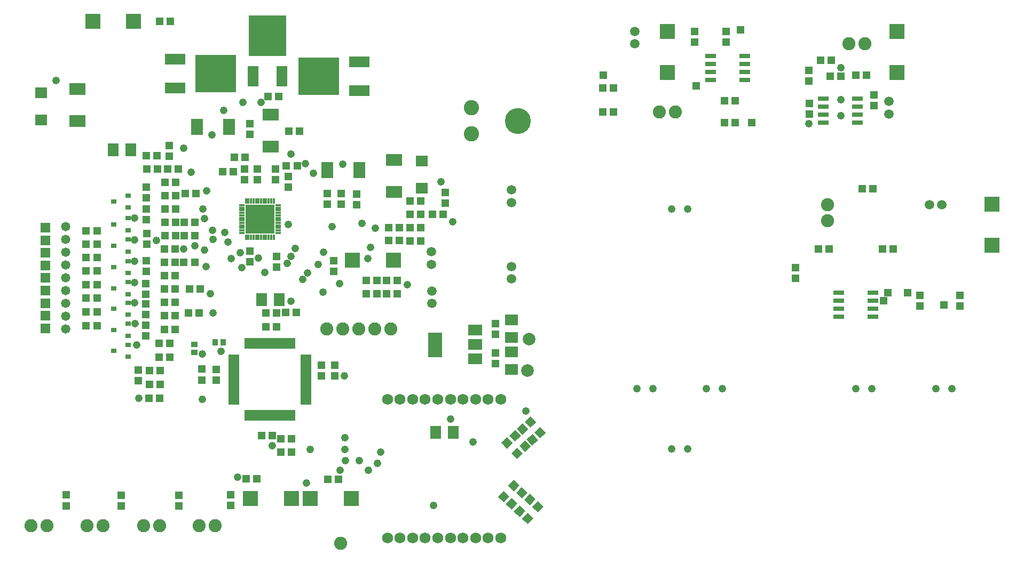
<source format=gts>
G75*
G70*
%OFA0B0*%
%FSLAX24Y24*%
%IPPOS*%
%LPD*%
%AMOC8*
5,1,8,0,0,1.08239X$1,22.5*
%
%ADD10R,0.0336X0.0159*%
%ADD11R,0.0159X0.0336*%
%ADD12R,0.1812X0.1812*%
%ADD13R,0.0513X0.0513*%
%ADD14R,0.0336X0.0316*%
%ADD15R,0.0710X0.0789*%
%ADD16R,0.1261X0.0710*%
%ADD17R,0.2550X0.2360*%
%ADD18R,0.0710X0.1261*%
%ADD19R,0.2360X0.2550*%
%ADD20C,0.0595*%
%ADD21R,0.0595X0.0595*%
%ADD22C,0.0954*%
%ADD23C,0.1619*%
%ADD24R,0.0671X0.0198*%
%ADD25R,0.0198X0.0671*%
%ADD26R,0.0513X0.0474*%
%ADD27R,0.0966X0.0966*%
%ADD28C,0.0820*%
%ADD29R,0.0434X0.0356*%
%ADD30R,0.0356X0.0434*%
%ADD31R,0.0870X0.0670*%
%ADD32R,0.0870X0.1580*%
%ADD33R,0.0789X0.0710*%
%ADD34R,0.0474X0.0513*%
%ADD35C,0.0680*%
%ADD36R,0.0513X0.0513*%
%ADD37R,0.0986X0.0769*%
%ADD38R,0.0769X0.0986*%
%ADD39C,0.0580*%
%ADD40R,0.0722X0.0678*%
%ADD41C,0.0477*%
%ADD42R,0.0671X0.0297*%
%ADD43R,0.0690X0.0316*%
%ADD44C,0.0789*%
%ADD45C,0.0476*%
%ADD46R,0.0476X0.0476*%
%ADD47C,0.0480*%
D10*
X015269Y021090D03*
X015269Y021247D03*
X015269Y021405D03*
X015269Y021562D03*
X015269Y021720D03*
X015269Y021877D03*
X015269Y022035D03*
X015269Y022192D03*
X015269Y022349D03*
X015269Y022507D03*
X015269Y022664D03*
X015269Y022822D03*
X017533Y022822D03*
X017533Y022664D03*
X017533Y022507D03*
X017533Y022349D03*
X017533Y022192D03*
X017533Y022035D03*
X017533Y021877D03*
X017533Y021720D03*
X017533Y021562D03*
X017533Y021405D03*
X017533Y021247D03*
X017533Y021090D03*
D11*
X017267Y020824D03*
X017109Y020824D03*
X016952Y020824D03*
X016794Y020824D03*
X016637Y020824D03*
X016480Y020824D03*
X016322Y020824D03*
X016165Y020824D03*
X016007Y020824D03*
X015850Y020824D03*
X015692Y020824D03*
X015535Y020824D03*
X015535Y023088D03*
X015692Y023088D03*
X015850Y023088D03*
X016007Y023088D03*
X016165Y023088D03*
X016322Y023088D03*
X016480Y023088D03*
X016637Y023088D03*
X016794Y023088D03*
X016952Y023088D03*
X017109Y023088D03*
X017267Y023088D03*
D12*
X016401Y021956D03*
D13*
X015786Y019965D03*
X015786Y019296D03*
X017446Y019610D03*
X017446Y018941D03*
X021021Y018686D03*
X021021Y019355D03*
X023046Y018116D03*
X023715Y018116D03*
X024296Y018111D03*
X024965Y018111D03*
X024980Y017271D03*
X024311Y017271D03*
X023720Y017276D03*
X023051Y017276D03*
X018675Y016126D03*
X018006Y016126D03*
X017445Y016076D03*
X016776Y016076D03*
X016781Y015236D03*
X017450Y015236D03*
X020256Y012815D03*
X021081Y012815D03*
X021081Y012146D03*
X020256Y012146D03*
X013666Y011896D03*
X013666Y012565D03*
X012771Y012570D03*
X012771Y011901D03*
X010780Y013326D03*
X010111Y013326D03*
X010170Y012471D03*
X009501Y012471D03*
X008806Y012530D03*
X008806Y011861D03*
X009496Y011621D03*
X010165Y011621D03*
X010160Y010751D03*
X009491Y010751D03*
X010111Y014201D03*
X010780Y014201D03*
X011105Y015056D03*
X010436Y015056D03*
X010436Y015911D03*
X011105Y015911D03*
X011936Y016086D03*
X012605Y016086D03*
X011110Y016761D03*
X010441Y016761D03*
X010451Y017596D03*
X011120Y017596D03*
X012026Y017596D03*
X012695Y017596D03*
X011125Y018426D03*
X010456Y018426D03*
X009321Y018681D03*
X009321Y019350D03*
X010456Y019261D03*
X011125Y019261D03*
X011661Y019266D03*
X012330Y019266D03*
X011125Y020096D03*
X010456Y020096D03*
X010466Y020926D03*
X011135Y020926D03*
X011681Y020926D03*
X012350Y020926D03*
X012350Y021751D03*
X011681Y021751D03*
X011135Y021751D03*
X010466Y021751D03*
X010471Y022576D03*
X011140Y022576D03*
X011150Y023416D03*
X011751Y023561D03*
X012420Y023561D03*
X011150Y024241D03*
X010481Y024241D03*
X010481Y023416D03*
X009316Y023276D03*
X009316Y023945D03*
X009346Y025096D03*
X010015Y025096D03*
X010646Y025101D03*
X011315Y025101D03*
X010751Y025881D03*
X009995Y025936D03*
X009326Y025936D03*
X010751Y026550D03*
X014081Y024911D03*
X014750Y024911D03*
X015431Y025100D03*
X016236Y025100D03*
X016236Y024431D03*
X015431Y024431D03*
X017366Y024431D03*
X018186Y024615D03*
X018186Y023946D03*
X018061Y025276D03*
X018730Y025276D03*
X017366Y025100D03*
X015470Y025821D03*
X014801Y025821D03*
X015771Y027246D03*
X015771Y027915D03*
X016916Y029636D03*
X017585Y029636D03*
X018201Y027456D03*
X018870Y027456D03*
X020616Y023545D03*
X021481Y023550D03*
X022451Y023525D03*
X022451Y022856D03*
X021481Y022881D03*
X020616Y022876D03*
X024441Y021416D03*
X025110Y021416D03*
X025781Y021416D03*
X026450Y021416D03*
X026450Y022261D03*
X025781Y022261D03*
X025766Y023096D03*
X026435Y023096D03*
X027166Y022256D03*
X027835Y022256D03*
X027966Y022951D03*
X027966Y023620D03*
X026460Y020576D03*
X025791Y020576D03*
X025120Y020606D03*
X024451Y020606D03*
X037816Y028651D03*
X038485Y028651D03*
X038485Y030151D03*
X037816Y030151D03*
X043551Y033016D03*
X043551Y033685D03*
X045501Y033685D03*
X045501Y033016D03*
X050669Y031250D03*
X050669Y030580D03*
X052019Y030893D03*
X052688Y030893D03*
X053620Y030947D03*
X054289Y030947D03*
X054745Y029728D03*
X054745Y029059D03*
X050725Y029190D03*
X050725Y028521D03*
X046085Y028001D03*
X045416Y028001D03*
X045416Y029351D03*
X046085Y029351D03*
X051397Y031884D03*
X052066Y031884D03*
X054016Y023851D03*
X054685Y023851D03*
X055266Y020101D03*
X055935Y020101D03*
X051935Y020101D03*
X051266Y020101D03*
X049851Y018935D03*
X049851Y018266D03*
X057601Y017185D03*
X057601Y016516D03*
X060101Y016516D03*
X060101Y017185D03*
X021315Y005676D03*
X020646Y005676D03*
X018390Y007401D03*
X017721Y007401D03*
X017721Y008236D03*
X018390Y008236D03*
X016205Y005716D03*
X015536Y005716D03*
X014591Y004720D03*
X014591Y004051D03*
X011351Y004016D03*
X011351Y004685D03*
X007751Y004685D03*
X007751Y004016D03*
X004306Y004036D03*
X004306Y004705D03*
X009291Y014641D03*
X009291Y015310D03*
X009291Y015991D03*
X009291Y016660D03*
X009291Y017251D03*
X009291Y017920D03*
X006230Y017856D03*
X005561Y017856D03*
X005561Y018711D03*
X006230Y018711D03*
X006230Y019546D03*
X005561Y019546D03*
X005561Y020376D03*
X006230Y020376D03*
X006230Y021206D03*
X005561Y021206D03*
X009336Y021065D03*
X009336Y020396D03*
X009326Y021916D03*
X009326Y022585D03*
X006230Y017011D03*
X005561Y017011D03*
X005561Y016151D03*
X006230Y016151D03*
X006230Y015296D03*
X005561Y015296D03*
X010156Y034326D03*
X010825Y034326D03*
D14*
X008179Y023430D03*
X007293Y023056D03*
X008179Y022682D03*
X008179Y022005D03*
X007293Y021631D03*
X008179Y021257D03*
X008179Y020675D03*
X007293Y020301D03*
X008179Y019927D03*
X008179Y019330D03*
X007293Y018956D03*
X008179Y018582D03*
X008179Y018005D03*
X007293Y017631D03*
X008179Y017257D03*
X008179Y016720D03*
X007293Y016346D03*
X008179Y015972D03*
X008179Y015410D03*
X007293Y015036D03*
X008179Y014662D03*
X008179Y014095D03*
X007293Y013721D03*
X008179Y013347D03*
D15*
X016500Y016921D03*
X017602Y016921D03*
X027375Y008631D03*
X028477Y008631D03*
X008357Y026301D03*
X007255Y026301D03*
D16*
X011106Y030156D03*
X011106Y031956D03*
X022606Y031791D03*
X022606Y029991D03*
D17*
X020071Y030891D03*
X013641Y031056D03*
D18*
X015971Y030896D03*
X017771Y030896D03*
D19*
X016871Y033431D03*
D20*
X032111Y023784D03*
X032111Y022997D03*
X027126Y019909D03*
X027126Y019122D03*
X027156Y017464D03*
X027156Y016677D03*
X032101Y018207D03*
X032101Y018994D03*
X055669Y028521D03*
X055669Y029309D03*
X058207Y022851D03*
X058994Y022851D03*
X039801Y032907D03*
X039801Y033694D03*
D21*
X003026Y021420D03*
X003026Y020633D03*
X003026Y019846D03*
X003026Y019058D03*
X003026Y018271D03*
X003026Y017483D03*
X003026Y016696D03*
X003026Y015909D03*
X003026Y015121D03*
D22*
X029613Y027286D03*
X029613Y028916D03*
D23*
X032502Y028101D03*
D24*
X019270Y013402D03*
X019270Y013205D03*
X019270Y013008D03*
X019270Y012812D03*
X019270Y012615D03*
X019270Y012418D03*
X019270Y012221D03*
X019270Y012024D03*
X019270Y011827D03*
X019270Y011631D03*
X019270Y011434D03*
X019270Y011237D03*
X019270Y011040D03*
X019270Y010843D03*
X019270Y010646D03*
X019270Y010449D03*
X014782Y010449D03*
X014782Y010646D03*
X014782Y010843D03*
X014782Y011040D03*
X014782Y011237D03*
X014782Y011434D03*
X014782Y011631D03*
X014782Y011827D03*
X014782Y012024D03*
X014782Y012221D03*
X014782Y012418D03*
X014782Y012615D03*
X014782Y012812D03*
X014782Y013008D03*
X014782Y013205D03*
X014782Y013402D03*
D25*
X015549Y014170D03*
X015746Y014170D03*
X015943Y014170D03*
X016140Y014170D03*
X016337Y014170D03*
X016534Y014170D03*
X016731Y014170D03*
X016927Y014170D03*
X017124Y014170D03*
X017321Y014170D03*
X017518Y014170D03*
X017715Y014170D03*
X017912Y014170D03*
X018108Y014170D03*
X018305Y014170D03*
X018502Y014170D03*
X018502Y009682D03*
X018305Y009682D03*
X018108Y009682D03*
X017912Y009682D03*
X017715Y009682D03*
X017518Y009682D03*
X017321Y009682D03*
X017124Y009682D03*
X016927Y009682D03*
X016731Y009682D03*
X016534Y009682D03*
X016337Y009682D03*
X016140Y009682D03*
X015943Y009682D03*
X015746Y009682D03*
X015549Y009682D03*
D26*
X016511Y008406D03*
X017180Y008406D03*
D27*
X018370Y004491D03*
X019551Y004491D03*
X022110Y004491D03*
X015811Y004491D03*
X022186Y019371D03*
X024745Y019371D03*
X041851Y031121D03*
X041851Y033680D03*
X056169Y033694D03*
X056169Y031135D03*
X062101Y022880D03*
X062101Y020321D03*
X008525Y034331D03*
X005966Y034331D03*
D28*
X002111Y002796D03*
X003111Y002796D03*
X005611Y002781D03*
X006611Y002781D03*
X009131Y002776D03*
X010131Y002776D03*
X012611Y002781D03*
X013611Y002781D03*
X021436Y001701D03*
X021576Y015086D03*
X020576Y015086D03*
X022576Y015086D03*
X023576Y015086D03*
X024576Y015086D03*
X041351Y028651D03*
X042351Y028651D03*
X051851Y022851D03*
X051851Y021851D03*
X053169Y032915D03*
X054169Y032915D03*
D29*
X012306Y014127D03*
X012306Y013615D03*
D30*
X013610Y014251D03*
X014122Y014251D03*
D31*
X029841Y014111D03*
X029841Y013211D03*
X029841Y015011D03*
D32*
X027361Y014101D03*
D33*
X032101Y014550D03*
X032101Y013652D03*
X032101Y012550D03*
X032101Y015652D03*
D34*
X031101Y015435D03*
X031101Y014766D03*
X031101Y013585D03*
X031101Y012916D03*
D35*
X031450Y010696D03*
X030662Y010696D03*
X029875Y010696D03*
X029088Y010696D03*
X028300Y010696D03*
X027513Y010696D03*
X026725Y010696D03*
X025938Y010696D03*
X025151Y010696D03*
X024363Y010696D03*
X024363Y002035D03*
X025151Y002035D03*
X025938Y002035D03*
X026725Y002035D03*
X027513Y002035D03*
X028300Y002035D03*
X029088Y002035D03*
X029875Y002035D03*
X030662Y002035D03*
X031450Y002035D03*
D36*
G36*
X033101Y003598D02*
X033480Y003255D01*
X033137Y002876D01*
X032758Y003219D01*
X033101Y003598D01*
G37*
G36*
X032604Y004046D02*
X032983Y003703D01*
X032640Y003324D01*
X032261Y003667D01*
X032604Y004046D01*
G37*
G36*
X032132Y003791D02*
X031753Y004134D01*
X032096Y004513D01*
X032475Y004170D01*
X032132Y003791D01*
G37*
G36*
X031635Y004239D02*
X031256Y004582D01*
X031599Y004961D01*
X031978Y004618D01*
X031635Y004239D01*
G37*
G36*
X032782Y004486D02*
X032403Y004829D01*
X032746Y005208D01*
X033125Y004865D01*
X032782Y004486D01*
G37*
G36*
X033239Y004781D02*
X033618Y004438D01*
X033275Y004059D01*
X032896Y004402D01*
X033239Y004781D01*
G37*
G36*
X032285Y004934D02*
X031906Y005277D01*
X032249Y005656D01*
X032628Y005313D01*
X032285Y004934D01*
G37*
G36*
X033736Y004333D02*
X034115Y003990D01*
X033772Y003611D01*
X033393Y003954D01*
X033736Y004333D01*
G37*
G36*
X032823Y007289D02*
X032444Y006946D01*
X032101Y007325D01*
X032480Y007668D01*
X032823Y007289D01*
G37*
G36*
X033320Y007737D02*
X032941Y007394D01*
X032598Y007773D01*
X032977Y008116D01*
X033320Y007737D01*
G37*
G36*
X033051Y008170D02*
X033430Y008513D01*
X033773Y008134D01*
X033394Y007791D01*
X033051Y008170D01*
G37*
G36*
X031978Y008428D02*
X032357Y008771D01*
X032700Y008392D01*
X032321Y008049D01*
X031978Y008428D01*
G37*
G36*
X031481Y007980D02*
X031860Y008323D01*
X032203Y007944D01*
X031824Y007601D01*
X031481Y007980D01*
G37*
G36*
X033168Y008809D02*
X032789Y008466D01*
X032446Y008845D01*
X032825Y009188D01*
X033168Y008809D01*
G37*
G36*
X033665Y009257D02*
X033286Y008914D01*
X032943Y009293D01*
X033322Y009636D01*
X033665Y009257D01*
G37*
G36*
X033548Y008618D02*
X033927Y008961D01*
X034270Y008582D01*
X033891Y008239D01*
X033548Y008618D01*
G37*
D37*
X024791Y023656D03*
X024791Y025656D03*
X017071Y026471D03*
X017071Y028471D03*
X005011Y028101D03*
X005011Y030101D03*
D38*
X012476Y027706D03*
X014476Y027706D03*
X020601Y025026D03*
X022601Y025026D03*
D39*
X004291Y021481D03*
X004291Y020681D03*
X004291Y019881D03*
X004291Y019081D03*
X004291Y018281D03*
X004291Y017481D03*
X004291Y016681D03*
X004291Y015881D03*
X004291Y015081D03*
D40*
X026526Y023879D03*
X026526Y025572D03*
X002746Y028159D03*
X002746Y029852D03*
D41*
X039936Y011351D03*
X040936Y011351D03*
X044266Y011351D03*
X045266Y011351D03*
X043101Y007601D03*
X042101Y007601D03*
X053601Y011351D03*
X054601Y011351D03*
X058601Y011351D03*
X059601Y011351D03*
X043101Y022601D03*
X042101Y022601D03*
D42*
X044538Y030651D03*
X044538Y031151D03*
X044538Y031651D03*
X044538Y032151D03*
X046664Y032151D03*
X046664Y031651D03*
X046664Y031151D03*
X046664Y030651D03*
D43*
X051584Y029483D03*
X051584Y028983D03*
X051584Y028483D03*
X051584Y027983D03*
X053710Y027983D03*
X053710Y028483D03*
X053710Y028983D03*
X053710Y029483D03*
X054664Y017351D03*
X054664Y016851D03*
X054664Y016351D03*
X054664Y015851D03*
X052538Y015851D03*
X052538Y016351D03*
X052538Y016851D03*
X052538Y017351D03*
D44*
X033201Y014451D03*
X033101Y012501D03*
X016401Y021951D03*
D45*
X018166Y021636D03*
X018616Y020136D03*
X018346Y019636D03*
X018106Y019171D03*
X019066Y018201D03*
X019391Y018571D03*
X020061Y019136D03*
X020371Y019886D03*
X020926Y021501D03*
X022786Y021671D03*
X023616Y021396D03*
X023301Y020196D03*
X023141Y019491D03*
X021386Y017916D03*
X020346Y017401D03*
X018346Y016806D03*
X016706Y018611D03*
X016321Y019521D03*
X015171Y019861D03*
X014606Y019491D03*
X015266Y018931D03*
X013056Y018996D03*
X012951Y020011D03*
X012356Y020296D03*
X011631Y020076D03*
X013476Y020681D03*
X013451Y021256D03*
X014226Y021121D03*
X014411Y020531D03*
X012956Y021981D03*
X012851Y022591D03*
X013091Y023726D03*
X012121Y024886D03*
X011661Y026391D03*
X013413Y027208D03*
X014141Y028746D03*
X015351Y029251D03*
X016466Y029241D03*
X018346Y026031D03*
X019236Y025411D03*
X019756Y024806D03*
X021576Y025371D03*
X027716Y024301D03*
X028431Y021791D03*
X025621Y017851D03*
X021686Y012156D03*
X021721Y008276D03*
X021711Y007561D03*
X021761Y006841D03*
X021421Y006241D03*
X022606Y006841D03*
X023166Y006261D03*
X023741Y006671D03*
X023956Y007376D03*
X019541Y007546D03*
X017176Y007791D03*
X015026Y005811D03*
X019328Y005449D03*
X027246Y004061D03*
X029711Y008036D03*
X028301Y009446D03*
X033001Y009946D03*
X013976Y013691D03*
X012811Y013531D03*
X008711Y014091D03*
X008621Y015416D03*
X008586Y016726D03*
X008586Y018001D03*
X008586Y019326D03*
X009951Y020621D03*
X008586Y020661D03*
X008586Y022011D03*
X013301Y017276D03*
X013491Y016096D03*
X012811Y010676D03*
X008856Y010741D03*
X003691Y030626D03*
D46*
X037851Y030951D03*
X043651Y030301D03*
X047101Y028001D03*
X046401Y033801D03*
X055601Y017351D03*
X055351Y016851D03*
X056851Y017351D03*
X059101Y016601D03*
D47*
X050669Y027915D03*
X052669Y028415D03*
X052669Y029415D03*
X052669Y031415D03*
M02*

</source>
